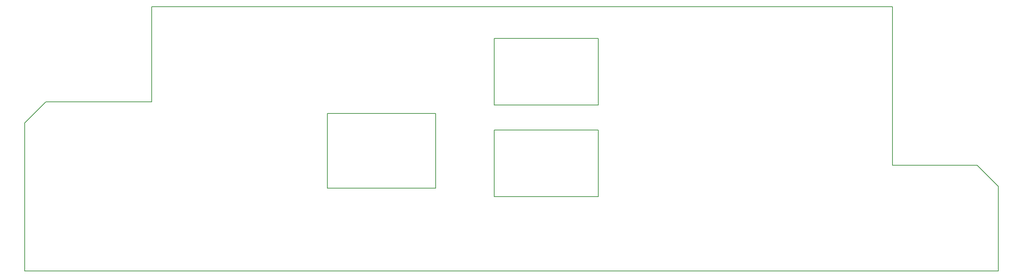
<source format=gm1>
G04 #@! TF.GenerationSoftware,KiCad,Pcbnew,5.0.0-rc2*
G04 #@! TF.CreationDate,2019-08-13T00:47:33-04:00*
G04 #@! TF.ProjectId,pcb,7063622E6B696361645F706362000000,rev?*
G04 #@! TF.SameCoordinates,Original*
G04 #@! TF.FileFunction,Profile,NP*
%FSLAX46Y46*%
G04 Gerber Fmt 4.6, Leading zero omitted, Abs format (unit mm)*
G04 Created by KiCad (PCBNEW 5.0.0-rc2) date Tue Aug 13 00:47:33 2019*
%MOMM*%
%LPD*%
G01*
G04 APERTURE LIST*
%ADD10C,0.152400*%
G04 APERTURE END LIST*
D10*
X119000000Y-69000000D02*
X93000000Y-69000000D01*
X119000000Y-51000000D02*
X119000000Y-69000000D01*
X93000000Y-51000000D02*
X119000000Y-51000000D01*
X93000000Y-69000000D02*
X93000000Y-51000000D01*
X132996173Y-71029785D02*
X157996173Y-71029785D01*
X132996173Y-55029785D02*
X132996173Y-71029785D01*
X157996173Y-71029785D02*
X157996173Y-55029785D01*
X157996173Y-55029785D02*
X132996173Y-55029785D01*
X157996173Y-49029785D02*
X157996173Y-33029785D01*
X132996173Y-49029785D02*
X157996173Y-49029785D01*
X132996173Y-33029785D02*
X132996173Y-49029785D01*
X157996173Y-33029785D02*
X132996173Y-33029785D01*
X254000000Y-68580000D02*
X254000000Y-86360000D01*
X248920000Y-63500000D02*
X254000000Y-68580000D01*
X228600000Y-63500000D02*
X248920000Y-63500000D01*
X20320000Y-53340000D02*
X20320000Y-88900000D01*
X20320000Y-53340000D02*
X25400000Y-48260000D01*
X50800000Y-48260000D02*
X25400000Y-48260000D01*
X50800000Y-48260000D02*
X50800000Y-25400000D01*
X228600000Y-63500000D02*
X228600000Y-25400000D01*
X25400000Y-88900000D02*
X254000000Y-88900000D01*
X254000000Y-88900000D02*
X254000000Y-86360000D01*
X25400000Y-88900000D02*
X20320000Y-88900000D01*
X228600000Y-25400000D02*
X50800000Y-25400000D01*
M02*

</source>
